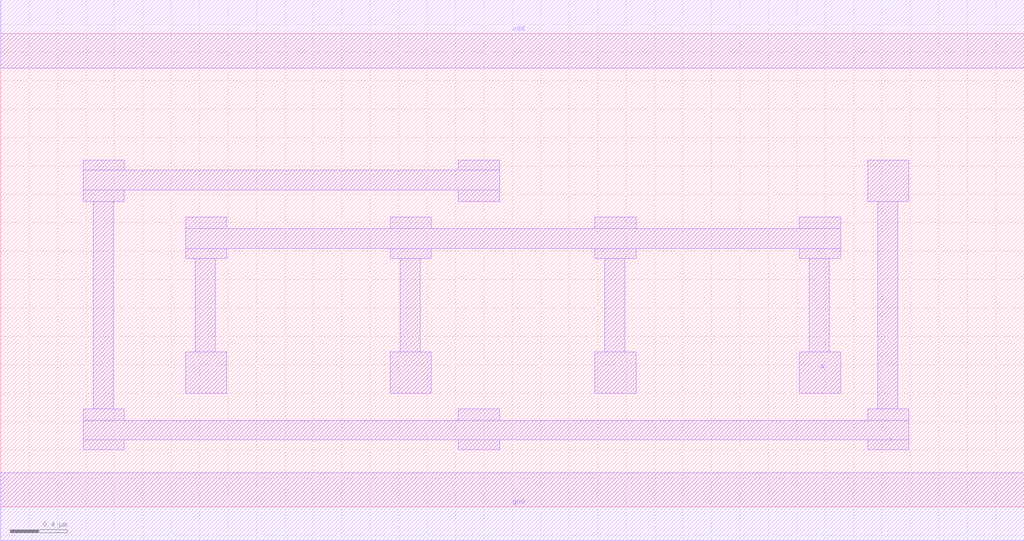
<source format=lef>
VERSION 5.7 ;
  NOWIREEXTENSIONATPIN ON ;
  DIVIDERCHAR "/" ;
  BUSBITCHARS "[]" ;
MACRO INVX8
  CLASS CORE ;
  FOREIGN INVX8 ;
  ORIGIN 0.000 0.000 ;
  SIZE 7.200 BY 3.330 ;
  SYMMETRY X Y R90 ;
  SITE unit ;
  PIN vdd
    DIRECTION INOUT ;
    USE POWER ;
    SHAPE ABUTMENT ;
    PORT
      LAYER met1 ;
        RECT 0.000 3.090 7.200 3.570 ;
    END
  END vdd
  PIN gnd
    DIRECTION INOUT ;
    USE GROUND ;
    SHAPE ABUTMENT ;
    PORT
      LAYER met1 ;
        RECT 0.000 -0.240 7.200 0.240 ;
    END
  END gnd
  PIN Y
    DIRECTION INOUT ;
    USE SIGNAL ;
    SHAPE ABUTMENT ;
    PORT
      LAYER met1 ;
        RECT 0.580 2.370 0.870 2.440 ;
        RECT 3.220 2.370 3.510 2.440 ;
        RECT 0.580 2.230 3.510 2.370 ;
        RECT 0.580 2.150 0.870 2.230 ;
        RECT 3.220 2.150 3.510 2.230 ;
        RECT 6.100 2.150 6.390 2.440 ;
        RECT 0.650 0.690 0.790 2.150 ;
        RECT 6.170 0.690 6.310 2.150 ;
        RECT 0.580 0.610 0.870 0.690 ;
        RECT 3.220 0.610 3.510 0.690 ;
        RECT 6.100 0.610 6.390 0.690 ;
        RECT 0.580 0.470 6.390 0.610 ;
        RECT 0.580 0.400 0.870 0.470 ;
        RECT 3.220 0.400 3.510 0.470 ;
        RECT 6.100 0.400 6.390 0.470 ;
    END
  END Y
  PIN A
    DIRECTION INOUT ;
    USE SIGNAL ;
    SHAPE ABUTMENT ;
    PORT
      LAYER met1 ;
        RECT 1.300 1.960 1.590 2.040 ;
        RECT 2.740 1.960 3.030 2.040 ;
        RECT 4.180 1.960 4.470 2.040 ;
        RECT 5.620 1.960 5.910 2.040 ;
        RECT 1.300 1.820 5.910 1.960 ;
        RECT 1.300 1.750 1.590 1.820 ;
        RECT 2.740 1.750 3.030 1.820 ;
        RECT 4.180 1.750 4.470 1.820 ;
        RECT 5.620 1.750 5.910 1.820 ;
        RECT 1.370 1.090 1.510 1.750 ;
        RECT 2.810 1.090 2.950 1.750 ;
        RECT 4.250 1.090 4.390 1.750 ;
        RECT 5.690 1.090 5.830 1.750 ;
        RECT 1.300 0.800 1.590 1.090 ;
        RECT 2.740 0.800 3.030 1.090 ;
        RECT 4.180 0.800 4.470 1.090 ;
        RECT 5.620 0.800 5.910 1.090 ;
    END
  END A
END INVX8
END LIBRARY


</source>
